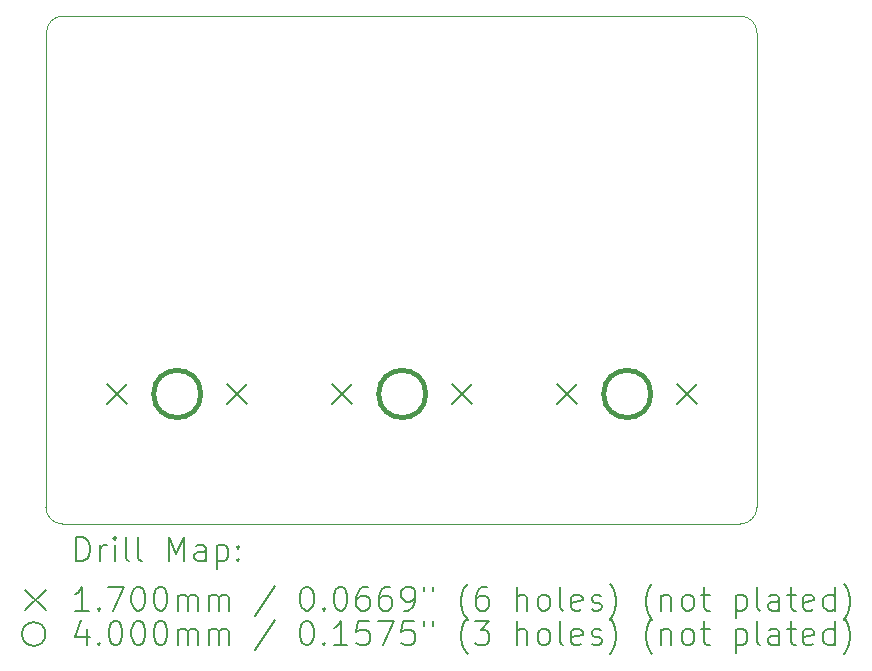
<source format=gbr>
%TF.GenerationSoftware,KiCad,Pcbnew,9.0.2*%
%TF.CreationDate,2025-07-03T20:49:34-05:00*%
%TF.ProjectId,pathfinder,70617468-6669-46e6-9465-722e6b696361,rev?*%
%TF.SameCoordinates,Original*%
%TF.FileFunction,Drillmap*%
%TF.FilePolarity,Positive*%
%FSLAX45Y45*%
G04 Gerber Fmt 4.5, Leading zero omitted, Abs format (unit mm)*
G04 Created by KiCad (PCBNEW 9.0.2) date 2025-07-03 20:49:34*
%MOMM*%
%LPD*%
G01*
G04 APERTURE LIST*
%ADD10C,0.050000*%
%ADD11C,0.200000*%
%ADD12C,0.170000*%
%ADD13C,0.400000*%
G04 APERTURE END LIST*
D10*
X8725000Y-7300000D02*
X14460000Y-7300000D01*
X14600000Y-11460000D02*
G75*
G02*
X14460000Y-11600000I-140000J0D01*
G01*
X8585000Y-7440000D02*
X8580000Y-11460000D01*
X8720000Y-11600000D02*
G75*
G02*
X8580000Y-11460000I0J140000D01*
G01*
X14460000Y-7300000D02*
G75*
G02*
X14600000Y-7440000I0J-140000D01*
G01*
X14600000Y-7440000D02*
X14600000Y-11460000D01*
X8585000Y-7440000D02*
G75*
G02*
X8725000Y-7300000I140000J0D01*
G01*
X14460000Y-11600000D02*
X8720000Y-11600000D01*
D11*
D12*
X9099000Y-10415000D02*
X9269000Y-10585000D01*
X9269000Y-10415000D02*
X9099000Y-10585000D01*
X10115000Y-10415000D02*
X10285000Y-10585000D01*
X10285000Y-10415000D02*
X10115000Y-10585000D01*
X11004000Y-10415000D02*
X11174000Y-10585000D01*
X11174000Y-10415000D02*
X11004000Y-10585000D01*
X12020000Y-10415000D02*
X12190000Y-10585000D01*
X12190000Y-10415000D02*
X12020000Y-10585000D01*
X12909000Y-10415000D02*
X13079000Y-10585000D01*
X13079000Y-10415000D02*
X12909000Y-10585000D01*
X13925000Y-10415000D02*
X14095000Y-10585000D01*
X14095000Y-10415000D02*
X13925000Y-10585000D01*
D13*
X9892000Y-10500000D02*
G75*
G02*
X9492000Y-10500000I-200000J0D01*
G01*
X9492000Y-10500000D02*
G75*
G02*
X9892000Y-10500000I200000J0D01*
G01*
X11797000Y-10500000D02*
G75*
G02*
X11397000Y-10500000I-200000J0D01*
G01*
X11397000Y-10500000D02*
G75*
G02*
X11797000Y-10500000I200000J0D01*
G01*
X13702000Y-10500000D02*
G75*
G02*
X13302000Y-10500000I-200000J0D01*
G01*
X13302000Y-10500000D02*
G75*
G02*
X13702000Y-10500000I200000J0D01*
G01*
D11*
X8838277Y-11913984D02*
X8838277Y-11713984D01*
X8838277Y-11713984D02*
X8885896Y-11713984D01*
X8885896Y-11713984D02*
X8914467Y-11723508D01*
X8914467Y-11723508D02*
X8933515Y-11742555D01*
X8933515Y-11742555D02*
X8943039Y-11761603D01*
X8943039Y-11761603D02*
X8952563Y-11799698D01*
X8952563Y-11799698D02*
X8952563Y-11828269D01*
X8952563Y-11828269D02*
X8943039Y-11866365D01*
X8943039Y-11866365D02*
X8933515Y-11885412D01*
X8933515Y-11885412D02*
X8914467Y-11904460D01*
X8914467Y-11904460D02*
X8885896Y-11913984D01*
X8885896Y-11913984D02*
X8838277Y-11913984D01*
X9038277Y-11913984D02*
X9038277Y-11780650D01*
X9038277Y-11818746D02*
X9047801Y-11799698D01*
X9047801Y-11799698D02*
X9057324Y-11790174D01*
X9057324Y-11790174D02*
X9076372Y-11780650D01*
X9076372Y-11780650D02*
X9095420Y-11780650D01*
X9162086Y-11913984D02*
X9162086Y-11780650D01*
X9162086Y-11713984D02*
X9152563Y-11723508D01*
X9152563Y-11723508D02*
X9162086Y-11733031D01*
X9162086Y-11733031D02*
X9171610Y-11723508D01*
X9171610Y-11723508D02*
X9162086Y-11713984D01*
X9162086Y-11713984D02*
X9162086Y-11733031D01*
X9285896Y-11913984D02*
X9266848Y-11904460D01*
X9266848Y-11904460D02*
X9257324Y-11885412D01*
X9257324Y-11885412D02*
X9257324Y-11713984D01*
X9390658Y-11913984D02*
X9371610Y-11904460D01*
X9371610Y-11904460D02*
X9362086Y-11885412D01*
X9362086Y-11885412D02*
X9362086Y-11713984D01*
X9619229Y-11913984D02*
X9619229Y-11713984D01*
X9619229Y-11713984D02*
X9685896Y-11856841D01*
X9685896Y-11856841D02*
X9752563Y-11713984D01*
X9752563Y-11713984D02*
X9752563Y-11913984D01*
X9933515Y-11913984D02*
X9933515Y-11809222D01*
X9933515Y-11809222D02*
X9923991Y-11790174D01*
X9923991Y-11790174D02*
X9904944Y-11780650D01*
X9904944Y-11780650D02*
X9866848Y-11780650D01*
X9866848Y-11780650D02*
X9847801Y-11790174D01*
X9933515Y-11904460D02*
X9914467Y-11913984D01*
X9914467Y-11913984D02*
X9866848Y-11913984D01*
X9866848Y-11913984D02*
X9847801Y-11904460D01*
X9847801Y-11904460D02*
X9838277Y-11885412D01*
X9838277Y-11885412D02*
X9838277Y-11866365D01*
X9838277Y-11866365D02*
X9847801Y-11847317D01*
X9847801Y-11847317D02*
X9866848Y-11837793D01*
X9866848Y-11837793D02*
X9914467Y-11837793D01*
X9914467Y-11837793D02*
X9933515Y-11828269D01*
X10028753Y-11780650D02*
X10028753Y-11980650D01*
X10028753Y-11790174D02*
X10047801Y-11780650D01*
X10047801Y-11780650D02*
X10085896Y-11780650D01*
X10085896Y-11780650D02*
X10104944Y-11790174D01*
X10104944Y-11790174D02*
X10114467Y-11799698D01*
X10114467Y-11799698D02*
X10123991Y-11818746D01*
X10123991Y-11818746D02*
X10123991Y-11875888D01*
X10123991Y-11875888D02*
X10114467Y-11894936D01*
X10114467Y-11894936D02*
X10104944Y-11904460D01*
X10104944Y-11904460D02*
X10085896Y-11913984D01*
X10085896Y-11913984D02*
X10047801Y-11913984D01*
X10047801Y-11913984D02*
X10028753Y-11904460D01*
X10209705Y-11894936D02*
X10219229Y-11904460D01*
X10219229Y-11904460D02*
X10209705Y-11913984D01*
X10209705Y-11913984D02*
X10200182Y-11904460D01*
X10200182Y-11904460D02*
X10209705Y-11894936D01*
X10209705Y-11894936D02*
X10209705Y-11913984D01*
X10209705Y-11790174D02*
X10219229Y-11799698D01*
X10219229Y-11799698D02*
X10209705Y-11809222D01*
X10209705Y-11809222D02*
X10200182Y-11799698D01*
X10200182Y-11799698D02*
X10209705Y-11790174D01*
X10209705Y-11790174D02*
X10209705Y-11809222D01*
D12*
X8407500Y-12157500D02*
X8577500Y-12327500D01*
X8577500Y-12157500D02*
X8407500Y-12327500D01*
D11*
X8943039Y-12333984D02*
X8828753Y-12333984D01*
X8885896Y-12333984D02*
X8885896Y-12133984D01*
X8885896Y-12133984D02*
X8866848Y-12162555D01*
X8866848Y-12162555D02*
X8847801Y-12181603D01*
X8847801Y-12181603D02*
X8828753Y-12191127D01*
X9028753Y-12314936D02*
X9038277Y-12324460D01*
X9038277Y-12324460D02*
X9028753Y-12333984D01*
X9028753Y-12333984D02*
X9019229Y-12324460D01*
X9019229Y-12324460D02*
X9028753Y-12314936D01*
X9028753Y-12314936D02*
X9028753Y-12333984D01*
X9104944Y-12133984D02*
X9238277Y-12133984D01*
X9238277Y-12133984D02*
X9152563Y-12333984D01*
X9352563Y-12133984D02*
X9371610Y-12133984D01*
X9371610Y-12133984D02*
X9390658Y-12143508D01*
X9390658Y-12143508D02*
X9400182Y-12153031D01*
X9400182Y-12153031D02*
X9409705Y-12172079D01*
X9409705Y-12172079D02*
X9419229Y-12210174D01*
X9419229Y-12210174D02*
X9419229Y-12257793D01*
X9419229Y-12257793D02*
X9409705Y-12295888D01*
X9409705Y-12295888D02*
X9400182Y-12314936D01*
X9400182Y-12314936D02*
X9390658Y-12324460D01*
X9390658Y-12324460D02*
X9371610Y-12333984D01*
X9371610Y-12333984D02*
X9352563Y-12333984D01*
X9352563Y-12333984D02*
X9333515Y-12324460D01*
X9333515Y-12324460D02*
X9323991Y-12314936D01*
X9323991Y-12314936D02*
X9314467Y-12295888D01*
X9314467Y-12295888D02*
X9304944Y-12257793D01*
X9304944Y-12257793D02*
X9304944Y-12210174D01*
X9304944Y-12210174D02*
X9314467Y-12172079D01*
X9314467Y-12172079D02*
X9323991Y-12153031D01*
X9323991Y-12153031D02*
X9333515Y-12143508D01*
X9333515Y-12143508D02*
X9352563Y-12133984D01*
X9543039Y-12133984D02*
X9562086Y-12133984D01*
X9562086Y-12133984D02*
X9581134Y-12143508D01*
X9581134Y-12143508D02*
X9590658Y-12153031D01*
X9590658Y-12153031D02*
X9600182Y-12172079D01*
X9600182Y-12172079D02*
X9609705Y-12210174D01*
X9609705Y-12210174D02*
X9609705Y-12257793D01*
X9609705Y-12257793D02*
X9600182Y-12295888D01*
X9600182Y-12295888D02*
X9590658Y-12314936D01*
X9590658Y-12314936D02*
X9581134Y-12324460D01*
X9581134Y-12324460D02*
X9562086Y-12333984D01*
X9562086Y-12333984D02*
X9543039Y-12333984D01*
X9543039Y-12333984D02*
X9523991Y-12324460D01*
X9523991Y-12324460D02*
X9514467Y-12314936D01*
X9514467Y-12314936D02*
X9504944Y-12295888D01*
X9504944Y-12295888D02*
X9495420Y-12257793D01*
X9495420Y-12257793D02*
X9495420Y-12210174D01*
X9495420Y-12210174D02*
X9504944Y-12172079D01*
X9504944Y-12172079D02*
X9514467Y-12153031D01*
X9514467Y-12153031D02*
X9523991Y-12143508D01*
X9523991Y-12143508D02*
X9543039Y-12133984D01*
X9695420Y-12333984D02*
X9695420Y-12200650D01*
X9695420Y-12219698D02*
X9704944Y-12210174D01*
X9704944Y-12210174D02*
X9723991Y-12200650D01*
X9723991Y-12200650D02*
X9752563Y-12200650D01*
X9752563Y-12200650D02*
X9771610Y-12210174D01*
X9771610Y-12210174D02*
X9781134Y-12229222D01*
X9781134Y-12229222D02*
X9781134Y-12333984D01*
X9781134Y-12229222D02*
X9790658Y-12210174D01*
X9790658Y-12210174D02*
X9809705Y-12200650D01*
X9809705Y-12200650D02*
X9838277Y-12200650D01*
X9838277Y-12200650D02*
X9857325Y-12210174D01*
X9857325Y-12210174D02*
X9866848Y-12229222D01*
X9866848Y-12229222D02*
X9866848Y-12333984D01*
X9962086Y-12333984D02*
X9962086Y-12200650D01*
X9962086Y-12219698D02*
X9971610Y-12210174D01*
X9971610Y-12210174D02*
X9990658Y-12200650D01*
X9990658Y-12200650D02*
X10019229Y-12200650D01*
X10019229Y-12200650D02*
X10038277Y-12210174D01*
X10038277Y-12210174D02*
X10047801Y-12229222D01*
X10047801Y-12229222D02*
X10047801Y-12333984D01*
X10047801Y-12229222D02*
X10057325Y-12210174D01*
X10057325Y-12210174D02*
X10076372Y-12200650D01*
X10076372Y-12200650D02*
X10104944Y-12200650D01*
X10104944Y-12200650D02*
X10123991Y-12210174D01*
X10123991Y-12210174D02*
X10133515Y-12229222D01*
X10133515Y-12229222D02*
X10133515Y-12333984D01*
X10523991Y-12124460D02*
X10352563Y-12381603D01*
X10781134Y-12133984D02*
X10800182Y-12133984D01*
X10800182Y-12133984D02*
X10819229Y-12143508D01*
X10819229Y-12143508D02*
X10828753Y-12153031D01*
X10828753Y-12153031D02*
X10838277Y-12172079D01*
X10838277Y-12172079D02*
X10847801Y-12210174D01*
X10847801Y-12210174D02*
X10847801Y-12257793D01*
X10847801Y-12257793D02*
X10838277Y-12295888D01*
X10838277Y-12295888D02*
X10828753Y-12314936D01*
X10828753Y-12314936D02*
X10819229Y-12324460D01*
X10819229Y-12324460D02*
X10800182Y-12333984D01*
X10800182Y-12333984D02*
X10781134Y-12333984D01*
X10781134Y-12333984D02*
X10762087Y-12324460D01*
X10762087Y-12324460D02*
X10752563Y-12314936D01*
X10752563Y-12314936D02*
X10743039Y-12295888D01*
X10743039Y-12295888D02*
X10733515Y-12257793D01*
X10733515Y-12257793D02*
X10733515Y-12210174D01*
X10733515Y-12210174D02*
X10743039Y-12172079D01*
X10743039Y-12172079D02*
X10752563Y-12153031D01*
X10752563Y-12153031D02*
X10762087Y-12143508D01*
X10762087Y-12143508D02*
X10781134Y-12133984D01*
X10933515Y-12314936D02*
X10943039Y-12324460D01*
X10943039Y-12324460D02*
X10933515Y-12333984D01*
X10933515Y-12333984D02*
X10923991Y-12324460D01*
X10923991Y-12324460D02*
X10933515Y-12314936D01*
X10933515Y-12314936D02*
X10933515Y-12333984D01*
X11066848Y-12133984D02*
X11085896Y-12133984D01*
X11085896Y-12133984D02*
X11104944Y-12143508D01*
X11104944Y-12143508D02*
X11114468Y-12153031D01*
X11114468Y-12153031D02*
X11123991Y-12172079D01*
X11123991Y-12172079D02*
X11133515Y-12210174D01*
X11133515Y-12210174D02*
X11133515Y-12257793D01*
X11133515Y-12257793D02*
X11123991Y-12295888D01*
X11123991Y-12295888D02*
X11114468Y-12314936D01*
X11114468Y-12314936D02*
X11104944Y-12324460D01*
X11104944Y-12324460D02*
X11085896Y-12333984D01*
X11085896Y-12333984D02*
X11066848Y-12333984D01*
X11066848Y-12333984D02*
X11047801Y-12324460D01*
X11047801Y-12324460D02*
X11038277Y-12314936D01*
X11038277Y-12314936D02*
X11028753Y-12295888D01*
X11028753Y-12295888D02*
X11019229Y-12257793D01*
X11019229Y-12257793D02*
X11019229Y-12210174D01*
X11019229Y-12210174D02*
X11028753Y-12172079D01*
X11028753Y-12172079D02*
X11038277Y-12153031D01*
X11038277Y-12153031D02*
X11047801Y-12143508D01*
X11047801Y-12143508D02*
X11066848Y-12133984D01*
X11304944Y-12133984D02*
X11266848Y-12133984D01*
X11266848Y-12133984D02*
X11247801Y-12143508D01*
X11247801Y-12143508D02*
X11238277Y-12153031D01*
X11238277Y-12153031D02*
X11219229Y-12181603D01*
X11219229Y-12181603D02*
X11209706Y-12219698D01*
X11209706Y-12219698D02*
X11209706Y-12295888D01*
X11209706Y-12295888D02*
X11219229Y-12314936D01*
X11219229Y-12314936D02*
X11228753Y-12324460D01*
X11228753Y-12324460D02*
X11247801Y-12333984D01*
X11247801Y-12333984D02*
X11285896Y-12333984D01*
X11285896Y-12333984D02*
X11304944Y-12324460D01*
X11304944Y-12324460D02*
X11314467Y-12314936D01*
X11314467Y-12314936D02*
X11323991Y-12295888D01*
X11323991Y-12295888D02*
X11323991Y-12248269D01*
X11323991Y-12248269D02*
X11314467Y-12229222D01*
X11314467Y-12229222D02*
X11304944Y-12219698D01*
X11304944Y-12219698D02*
X11285896Y-12210174D01*
X11285896Y-12210174D02*
X11247801Y-12210174D01*
X11247801Y-12210174D02*
X11228753Y-12219698D01*
X11228753Y-12219698D02*
X11219229Y-12229222D01*
X11219229Y-12229222D02*
X11209706Y-12248269D01*
X11495420Y-12133984D02*
X11457325Y-12133984D01*
X11457325Y-12133984D02*
X11438277Y-12143508D01*
X11438277Y-12143508D02*
X11428753Y-12153031D01*
X11428753Y-12153031D02*
X11409706Y-12181603D01*
X11409706Y-12181603D02*
X11400182Y-12219698D01*
X11400182Y-12219698D02*
X11400182Y-12295888D01*
X11400182Y-12295888D02*
X11409706Y-12314936D01*
X11409706Y-12314936D02*
X11419229Y-12324460D01*
X11419229Y-12324460D02*
X11438277Y-12333984D01*
X11438277Y-12333984D02*
X11476372Y-12333984D01*
X11476372Y-12333984D02*
X11495420Y-12324460D01*
X11495420Y-12324460D02*
X11504944Y-12314936D01*
X11504944Y-12314936D02*
X11514467Y-12295888D01*
X11514467Y-12295888D02*
X11514467Y-12248269D01*
X11514467Y-12248269D02*
X11504944Y-12229222D01*
X11504944Y-12229222D02*
X11495420Y-12219698D01*
X11495420Y-12219698D02*
X11476372Y-12210174D01*
X11476372Y-12210174D02*
X11438277Y-12210174D01*
X11438277Y-12210174D02*
X11419229Y-12219698D01*
X11419229Y-12219698D02*
X11409706Y-12229222D01*
X11409706Y-12229222D02*
X11400182Y-12248269D01*
X11609706Y-12333984D02*
X11647801Y-12333984D01*
X11647801Y-12333984D02*
X11666848Y-12324460D01*
X11666848Y-12324460D02*
X11676372Y-12314936D01*
X11676372Y-12314936D02*
X11695420Y-12286365D01*
X11695420Y-12286365D02*
X11704944Y-12248269D01*
X11704944Y-12248269D02*
X11704944Y-12172079D01*
X11704944Y-12172079D02*
X11695420Y-12153031D01*
X11695420Y-12153031D02*
X11685896Y-12143508D01*
X11685896Y-12143508D02*
X11666848Y-12133984D01*
X11666848Y-12133984D02*
X11628753Y-12133984D01*
X11628753Y-12133984D02*
X11609706Y-12143508D01*
X11609706Y-12143508D02*
X11600182Y-12153031D01*
X11600182Y-12153031D02*
X11590658Y-12172079D01*
X11590658Y-12172079D02*
X11590658Y-12219698D01*
X11590658Y-12219698D02*
X11600182Y-12238746D01*
X11600182Y-12238746D02*
X11609706Y-12248269D01*
X11609706Y-12248269D02*
X11628753Y-12257793D01*
X11628753Y-12257793D02*
X11666848Y-12257793D01*
X11666848Y-12257793D02*
X11685896Y-12248269D01*
X11685896Y-12248269D02*
X11695420Y-12238746D01*
X11695420Y-12238746D02*
X11704944Y-12219698D01*
X11781134Y-12133984D02*
X11781134Y-12172079D01*
X11857325Y-12133984D02*
X11857325Y-12172079D01*
X12152563Y-12410174D02*
X12143039Y-12400650D01*
X12143039Y-12400650D02*
X12123991Y-12372079D01*
X12123991Y-12372079D02*
X12114468Y-12353031D01*
X12114468Y-12353031D02*
X12104944Y-12324460D01*
X12104944Y-12324460D02*
X12095420Y-12276841D01*
X12095420Y-12276841D02*
X12095420Y-12238746D01*
X12095420Y-12238746D02*
X12104944Y-12191127D01*
X12104944Y-12191127D02*
X12114468Y-12162555D01*
X12114468Y-12162555D02*
X12123991Y-12143508D01*
X12123991Y-12143508D02*
X12143039Y-12114936D01*
X12143039Y-12114936D02*
X12152563Y-12105412D01*
X12314468Y-12133984D02*
X12276372Y-12133984D01*
X12276372Y-12133984D02*
X12257325Y-12143508D01*
X12257325Y-12143508D02*
X12247801Y-12153031D01*
X12247801Y-12153031D02*
X12228753Y-12181603D01*
X12228753Y-12181603D02*
X12219229Y-12219698D01*
X12219229Y-12219698D02*
X12219229Y-12295888D01*
X12219229Y-12295888D02*
X12228753Y-12314936D01*
X12228753Y-12314936D02*
X12238277Y-12324460D01*
X12238277Y-12324460D02*
X12257325Y-12333984D01*
X12257325Y-12333984D02*
X12295420Y-12333984D01*
X12295420Y-12333984D02*
X12314468Y-12324460D01*
X12314468Y-12324460D02*
X12323991Y-12314936D01*
X12323991Y-12314936D02*
X12333515Y-12295888D01*
X12333515Y-12295888D02*
X12333515Y-12248269D01*
X12333515Y-12248269D02*
X12323991Y-12229222D01*
X12323991Y-12229222D02*
X12314468Y-12219698D01*
X12314468Y-12219698D02*
X12295420Y-12210174D01*
X12295420Y-12210174D02*
X12257325Y-12210174D01*
X12257325Y-12210174D02*
X12238277Y-12219698D01*
X12238277Y-12219698D02*
X12228753Y-12229222D01*
X12228753Y-12229222D02*
X12219229Y-12248269D01*
X12571610Y-12333984D02*
X12571610Y-12133984D01*
X12657325Y-12333984D02*
X12657325Y-12229222D01*
X12657325Y-12229222D02*
X12647801Y-12210174D01*
X12647801Y-12210174D02*
X12628753Y-12200650D01*
X12628753Y-12200650D02*
X12600182Y-12200650D01*
X12600182Y-12200650D02*
X12581134Y-12210174D01*
X12581134Y-12210174D02*
X12571610Y-12219698D01*
X12781134Y-12333984D02*
X12762087Y-12324460D01*
X12762087Y-12324460D02*
X12752563Y-12314936D01*
X12752563Y-12314936D02*
X12743039Y-12295888D01*
X12743039Y-12295888D02*
X12743039Y-12238746D01*
X12743039Y-12238746D02*
X12752563Y-12219698D01*
X12752563Y-12219698D02*
X12762087Y-12210174D01*
X12762087Y-12210174D02*
X12781134Y-12200650D01*
X12781134Y-12200650D02*
X12809706Y-12200650D01*
X12809706Y-12200650D02*
X12828753Y-12210174D01*
X12828753Y-12210174D02*
X12838277Y-12219698D01*
X12838277Y-12219698D02*
X12847801Y-12238746D01*
X12847801Y-12238746D02*
X12847801Y-12295888D01*
X12847801Y-12295888D02*
X12838277Y-12314936D01*
X12838277Y-12314936D02*
X12828753Y-12324460D01*
X12828753Y-12324460D02*
X12809706Y-12333984D01*
X12809706Y-12333984D02*
X12781134Y-12333984D01*
X12962087Y-12333984D02*
X12943039Y-12324460D01*
X12943039Y-12324460D02*
X12933515Y-12305412D01*
X12933515Y-12305412D02*
X12933515Y-12133984D01*
X13114468Y-12324460D02*
X13095420Y-12333984D01*
X13095420Y-12333984D02*
X13057325Y-12333984D01*
X13057325Y-12333984D02*
X13038277Y-12324460D01*
X13038277Y-12324460D02*
X13028753Y-12305412D01*
X13028753Y-12305412D02*
X13028753Y-12229222D01*
X13028753Y-12229222D02*
X13038277Y-12210174D01*
X13038277Y-12210174D02*
X13057325Y-12200650D01*
X13057325Y-12200650D02*
X13095420Y-12200650D01*
X13095420Y-12200650D02*
X13114468Y-12210174D01*
X13114468Y-12210174D02*
X13123991Y-12229222D01*
X13123991Y-12229222D02*
X13123991Y-12248269D01*
X13123991Y-12248269D02*
X13028753Y-12267317D01*
X13200182Y-12324460D02*
X13219230Y-12333984D01*
X13219230Y-12333984D02*
X13257325Y-12333984D01*
X13257325Y-12333984D02*
X13276372Y-12324460D01*
X13276372Y-12324460D02*
X13285896Y-12305412D01*
X13285896Y-12305412D02*
X13285896Y-12295888D01*
X13285896Y-12295888D02*
X13276372Y-12276841D01*
X13276372Y-12276841D02*
X13257325Y-12267317D01*
X13257325Y-12267317D02*
X13228753Y-12267317D01*
X13228753Y-12267317D02*
X13209706Y-12257793D01*
X13209706Y-12257793D02*
X13200182Y-12238746D01*
X13200182Y-12238746D02*
X13200182Y-12229222D01*
X13200182Y-12229222D02*
X13209706Y-12210174D01*
X13209706Y-12210174D02*
X13228753Y-12200650D01*
X13228753Y-12200650D02*
X13257325Y-12200650D01*
X13257325Y-12200650D02*
X13276372Y-12210174D01*
X13352563Y-12410174D02*
X13362087Y-12400650D01*
X13362087Y-12400650D02*
X13381134Y-12372079D01*
X13381134Y-12372079D02*
X13390658Y-12353031D01*
X13390658Y-12353031D02*
X13400182Y-12324460D01*
X13400182Y-12324460D02*
X13409706Y-12276841D01*
X13409706Y-12276841D02*
X13409706Y-12238746D01*
X13409706Y-12238746D02*
X13400182Y-12191127D01*
X13400182Y-12191127D02*
X13390658Y-12162555D01*
X13390658Y-12162555D02*
X13381134Y-12143508D01*
X13381134Y-12143508D02*
X13362087Y-12114936D01*
X13362087Y-12114936D02*
X13352563Y-12105412D01*
X13714468Y-12410174D02*
X13704944Y-12400650D01*
X13704944Y-12400650D02*
X13685896Y-12372079D01*
X13685896Y-12372079D02*
X13676372Y-12353031D01*
X13676372Y-12353031D02*
X13666849Y-12324460D01*
X13666849Y-12324460D02*
X13657325Y-12276841D01*
X13657325Y-12276841D02*
X13657325Y-12238746D01*
X13657325Y-12238746D02*
X13666849Y-12191127D01*
X13666849Y-12191127D02*
X13676372Y-12162555D01*
X13676372Y-12162555D02*
X13685896Y-12143508D01*
X13685896Y-12143508D02*
X13704944Y-12114936D01*
X13704944Y-12114936D02*
X13714468Y-12105412D01*
X13790658Y-12200650D02*
X13790658Y-12333984D01*
X13790658Y-12219698D02*
X13800182Y-12210174D01*
X13800182Y-12210174D02*
X13819230Y-12200650D01*
X13819230Y-12200650D02*
X13847801Y-12200650D01*
X13847801Y-12200650D02*
X13866849Y-12210174D01*
X13866849Y-12210174D02*
X13876372Y-12229222D01*
X13876372Y-12229222D02*
X13876372Y-12333984D01*
X14000182Y-12333984D02*
X13981134Y-12324460D01*
X13981134Y-12324460D02*
X13971611Y-12314936D01*
X13971611Y-12314936D02*
X13962087Y-12295888D01*
X13962087Y-12295888D02*
X13962087Y-12238746D01*
X13962087Y-12238746D02*
X13971611Y-12219698D01*
X13971611Y-12219698D02*
X13981134Y-12210174D01*
X13981134Y-12210174D02*
X14000182Y-12200650D01*
X14000182Y-12200650D02*
X14028753Y-12200650D01*
X14028753Y-12200650D02*
X14047801Y-12210174D01*
X14047801Y-12210174D02*
X14057325Y-12219698D01*
X14057325Y-12219698D02*
X14066849Y-12238746D01*
X14066849Y-12238746D02*
X14066849Y-12295888D01*
X14066849Y-12295888D02*
X14057325Y-12314936D01*
X14057325Y-12314936D02*
X14047801Y-12324460D01*
X14047801Y-12324460D02*
X14028753Y-12333984D01*
X14028753Y-12333984D02*
X14000182Y-12333984D01*
X14123992Y-12200650D02*
X14200182Y-12200650D01*
X14152563Y-12133984D02*
X14152563Y-12305412D01*
X14152563Y-12305412D02*
X14162087Y-12324460D01*
X14162087Y-12324460D02*
X14181134Y-12333984D01*
X14181134Y-12333984D02*
X14200182Y-12333984D01*
X14419230Y-12200650D02*
X14419230Y-12400650D01*
X14419230Y-12210174D02*
X14438277Y-12200650D01*
X14438277Y-12200650D02*
X14476373Y-12200650D01*
X14476373Y-12200650D02*
X14495420Y-12210174D01*
X14495420Y-12210174D02*
X14504944Y-12219698D01*
X14504944Y-12219698D02*
X14514468Y-12238746D01*
X14514468Y-12238746D02*
X14514468Y-12295888D01*
X14514468Y-12295888D02*
X14504944Y-12314936D01*
X14504944Y-12314936D02*
X14495420Y-12324460D01*
X14495420Y-12324460D02*
X14476373Y-12333984D01*
X14476373Y-12333984D02*
X14438277Y-12333984D01*
X14438277Y-12333984D02*
X14419230Y-12324460D01*
X14628753Y-12333984D02*
X14609706Y-12324460D01*
X14609706Y-12324460D02*
X14600182Y-12305412D01*
X14600182Y-12305412D02*
X14600182Y-12133984D01*
X14790658Y-12333984D02*
X14790658Y-12229222D01*
X14790658Y-12229222D02*
X14781134Y-12210174D01*
X14781134Y-12210174D02*
X14762087Y-12200650D01*
X14762087Y-12200650D02*
X14723992Y-12200650D01*
X14723992Y-12200650D02*
X14704944Y-12210174D01*
X14790658Y-12324460D02*
X14771611Y-12333984D01*
X14771611Y-12333984D02*
X14723992Y-12333984D01*
X14723992Y-12333984D02*
X14704944Y-12324460D01*
X14704944Y-12324460D02*
X14695420Y-12305412D01*
X14695420Y-12305412D02*
X14695420Y-12286365D01*
X14695420Y-12286365D02*
X14704944Y-12267317D01*
X14704944Y-12267317D02*
X14723992Y-12257793D01*
X14723992Y-12257793D02*
X14771611Y-12257793D01*
X14771611Y-12257793D02*
X14790658Y-12248269D01*
X14857325Y-12200650D02*
X14933515Y-12200650D01*
X14885896Y-12133984D02*
X14885896Y-12305412D01*
X14885896Y-12305412D02*
X14895420Y-12324460D01*
X14895420Y-12324460D02*
X14914468Y-12333984D01*
X14914468Y-12333984D02*
X14933515Y-12333984D01*
X15076373Y-12324460D02*
X15057325Y-12333984D01*
X15057325Y-12333984D02*
X15019230Y-12333984D01*
X15019230Y-12333984D02*
X15000182Y-12324460D01*
X15000182Y-12324460D02*
X14990658Y-12305412D01*
X14990658Y-12305412D02*
X14990658Y-12229222D01*
X14990658Y-12229222D02*
X15000182Y-12210174D01*
X15000182Y-12210174D02*
X15019230Y-12200650D01*
X15019230Y-12200650D02*
X15057325Y-12200650D01*
X15057325Y-12200650D02*
X15076373Y-12210174D01*
X15076373Y-12210174D02*
X15085896Y-12229222D01*
X15085896Y-12229222D02*
X15085896Y-12248269D01*
X15085896Y-12248269D02*
X14990658Y-12267317D01*
X15257325Y-12333984D02*
X15257325Y-12133984D01*
X15257325Y-12324460D02*
X15238277Y-12333984D01*
X15238277Y-12333984D02*
X15200182Y-12333984D01*
X15200182Y-12333984D02*
X15181134Y-12324460D01*
X15181134Y-12324460D02*
X15171611Y-12314936D01*
X15171611Y-12314936D02*
X15162087Y-12295888D01*
X15162087Y-12295888D02*
X15162087Y-12238746D01*
X15162087Y-12238746D02*
X15171611Y-12219698D01*
X15171611Y-12219698D02*
X15181134Y-12210174D01*
X15181134Y-12210174D02*
X15200182Y-12200650D01*
X15200182Y-12200650D02*
X15238277Y-12200650D01*
X15238277Y-12200650D02*
X15257325Y-12210174D01*
X15333515Y-12410174D02*
X15343039Y-12400650D01*
X15343039Y-12400650D02*
X15362087Y-12372079D01*
X15362087Y-12372079D02*
X15371611Y-12353031D01*
X15371611Y-12353031D02*
X15381134Y-12324460D01*
X15381134Y-12324460D02*
X15390658Y-12276841D01*
X15390658Y-12276841D02*
X15390658Y-12238746D01*
X15390658Y-12238746D02*
X15381134Y-12191127D01*
X15381134Y-12191127D02*
X15371611Y-12162555D01*
X15371611Y-12162555D02*
X15362087Y-12143508D01*
X15362087Y-12143508D02*
X15343039Y-12114936D01*
X15343039Y-12114936D02*
X15333515Y-12105412D01*
X8577500Y-12532500D02*
G75*
G02*
X8377500Y-12532500I-100000J0D01*
G01*
X8377500Y-12532500D02*
G75*
G02*
X8577500Y-12532500I100000J0D01*
G01*
X8923991Y-12490650D02*
X8923991Y-12623984D01*
X8876372Y-12414460D02*
X8828753Y-12557317D01*
X8828753Y-12557317D02*
X8952563Y-12557317D01*
X9028753Y-12604936D02*
X9038277Y-12614460D01*
X9038277Y-12614460D02*
X9028753Y-12623984D01*
X9028753Y-12623984D02*
X9019229Y-12614460D01*
X9019229Y-12614460D02*
X9028753Y-12604936D01*
X9028753Y-12604936D02*
X9028753Y-12623984D01*
X9162086Y-12423984D02*
X9181134Y-12423984D01*
X9181134Y-12423984D02*
X9200182Y-12433508D01*
X9200182Y-12433508D02*
X9209705Y-12443031D01*
X9209705Y-12443031D02*
X9219229Y-12462079D01*
X9219229Y-12462079D02*
X9228753Y-12500174D01*
X9228753Y-12500174D02*
X9228753Y-12547793D01*
X9228753Y-12547793D02*
X9219229Y-12585888D01*
X9219229Y-12585888D02*
X9209705Y-12604936D01*
X9209705Y-12604936D02*
X9200182Y-12614460D01*
X9200182Y-12614460D02*
X9181134Y-12623984D01*
X9181134Y-12623984D02*
X9162086Y-12623984D01*
X9162086Y-12623984D02*
X9143039Y-12614460D01*
X9143039Y-12614460D02*
X9133515Y-12604936D01*
X9133515Y-12604936D02*
X9123991Y-12585888D01*
X9123991Y-12585888D02*
X9114467Y-12547793D01*
X9114467Y-12547793D02*
X9114467Y-12500174D01*
X9114467Y-12500174D02*
X9123991Y-12462079D01*
X9123991Y-12462079D02*
X9133515Y-12443031D01*
X9133515Y-12443031D02*
X9143039Y-12433508D01*
X9143039Y-12433508D02*
X9162086Y-12423984D01*
X9352563Y-12423984D02*
X9371610Y-12423984D01*
X9371610Y-12423984D02*
X9390658Y-12433508D01*
X9390658Y-12433508D02*
X9400182Y-12443031D01*
X9400182Y-12443031D02*
X9409705Y-12462079D01*
X9409705Y-12462079D02*
X9419229Y-12500174D01*
X9419229Y-12500174D02*
X9419229Y-12547793D01*
X9419229Y-12547793D02*
X9409705Y-12585888D01*
X9409705Y-12585888D02*
X9400182Y-12604936D01*
X9400182Y-12604936D02*
X9390658Y-12614460D01*
X9390658Y-12614460D02*
X9371610Y-12623984D01*
X9371610Y-12623984D02*
X9352563Y-12623984D01*
X9352563Y-12623984D02*
X9333515Y-12614460D01*
X9333515Y-12614460D02*
X9323991Y-12604936D01*
X9323991Y-12604936D02*
X9314467Y-12585888D01*
X9314467Y-12585888D02*
X9304944Y-12547793D01*
X9304944Y-12547793D02*
X9304944Y-12500174D01*
X9304944Y-12500174D02*
X9314467Y-12462079D01*
X9314467Y-12462079D02*
X9323991Y-12443031D01*
X9323991Y-12443031D02*
X9333515Y-12433508D01*
X9333515Y-12433508D02*
X9352563Y-12423984D01*
X9543039Y-12423984D02*
X9562086Y-12423984D01*
X9562086Y-12423984D02*
X9581134Y-12433508D01*
X9581134Y-12433508D02*
X9590658Y-12443031D01*
X9590658Y-12443031D02*
X9600182Y-12462079D01*
X9600182Y-12462079D02*
X9609705Y-12500174D01*
X9609705Y-12500174D02*
X9609705Y-12547793D01*
X9609705Y-12547793D02*
X9600182Y-12585888D01*
X9600182Y-12585888D02*
X9590658Y-12604936D01*
X9590658Y-12604936D02*
X9581134Y-12614460D01*
X9581134Y-12614460D02*
X9562086Y-12623984D01*
X9562086Y-12623984D02*
X9543039Y-12623984D01*
X9543039Y-12623984D02*
X9523991Y-12614460D01*
X9523991Y-12614460D02*
X9514467Y-12604936D01*
X9514467Y-12604936D02*
X9504944Y-12585888D01*
X9504944Y-12585888D02*
X9495420Y-12547793D01*
X9495420Y-12547793D02*
X9495420Y-12500174D01*
X9495420Y-12500174D02*
X9504944Y-12462079D01*
X9504944Y-12462079D02*
X9514467Y-12443031D01*
X9514467Y-12443031D02*
X9523991Y-12433508D01*
X9523991Y-12433508D02*
X9543039Y-12423984D01*
X9695420Y-12623984D02*
X9695420Y-12490650D01*
X9695420Y-12509698D02*
X9704944Y-12500174D01*
X9704944Y-12500174D02*
X9723991Y-12490650D01*
X9723991Y-12490650D02*
X9752563Y-12490650D01*
X9752563Y-12490650D02*
X9771610Y-12500174D01*
X9771610Y-12500174D02*
X9781134Y-12519222D01*
X9781134Y-12519222D02*
X9781134Y-12623984D01*
X9781134Y-12519222D02*
X9790658Y-12500174D01*
X9790658Y-12500174D02*
X9809705Y-12490650D01*
X9809705Y-12490650D02*
X9838277Y-12490650D01*
X9838277Y-12490650D02*
X9857325Y-12500174D01*
X9857325Y-12500174D02*
X9866848Y-12519222D01*
X9866848Y-12519222D02*
X9866848Y-12623984D01*
X9962086Y-12623984D02*
X9962086Y-12490650D01*
X9962086Y-12509698D02*
X9971610Y-12500174D01*
X9971610Y-12500174D02*
X9990658Y-12490650D01*
X9990658Y-12490650D02*
X10019229Y-12490650D01*
X10019229Y-12490650D02*
X10038277Y-12500174D01*
X10038277Y-12500174D02*
X10047801Y-12519222D01*
X10047801Y-12519222D02*
X10047801Y-12623984D01*
X10047801Y-12519222D02*
X10057325Y-12500174D01*
X10057325Y-12500174D02*
X10076372Y-12490650D01*
X10076372Y-12490650D02*
X10104944Y-12490650D01*
X10104944Y-12490650D02*
X10123991Y-12500174D01*
X10123991Y-12500174D02*
X10133515Y-12519222D01*
X10133515Y-12519222D02*
X10133515Y-12623984D01*
X10523991Y-12414460D02*
X10352563Y-12671603D01*
X10781134Y-12423984D02*
X10800182Y-12423984D01*
X10800182Y-12423984D02*
X10819229Y-12433508D01*
X10819229Y-12433508D02*
X10828753Y-12443031D01*
X10828753Y-12443031D02*
X10838277Y-12462079D01*
X10838277Y-12462079D02*
X10847801Y-12500174D01*
X10847801Y-12500174D02*
X10847801Y-12547793D01*
X10847801Y-12547793D02*
X10838277Y-12585888D01*
X10838277Y-12585888D02*
X10828753Y-12604936D01*
X10828753Y-12604936D02*
X10819229Y-12614460D01*
X10819229Y-12614460D02*
X10800182Y-12623984D01*
X10800182Y-12623984D02*
X10781134Y-12623984D01*
X10781134Y-12623984D02*
X10762087Y-12614460D01*
X10762087Y-12614460D02*
X10752563Y-12604936D01*
X10752563Y-12604936D02*
X10743039Y-12585888D01*
X10743039Y-12585888D02*
X10733515Y-12547793D01*
X10733515Y-12547793D02*
X10733515Y-12500174D01*
X10733515Y-12500174D02*
X10743039Y-12462079D01*
X10743039Y-12462079D02*
X10752563Y-12443031D01*
X10752563Y-12443031D02*
X10762087Y-12433508D01*
X10762087Y-12433508D02*
X10781134Y-12423984D01*
X10933515Y-12604936D02*
X10943039Y-12614460D01*
X10943039Y-12614460D02*
X10933515Y-12623984D01*
X10933515Y-12623984D02*
X10923991Y-12614460D01*
X10923991Y-12614460D02*
X10933515Y-12604936D01*
X10933515Y-12604936D02*
X10933515Y-12623984D01*
X11133515Y-12623984D02*
X11019229Y-12623984D01*
X11076372Y-12623984D02*
X11076372Y-12423984D01*
X11076372Y-12423984D02*
X11057325Y-12452555D01*
X11057325Y-12452555D02*
X11038277Y-12471603D01*
X11038277Y-12471603D02*
X11019229Y-12481127D01*
X11314467Y-12423984D02*
X11219229Y-12423984D01*
X11219229Y-12423984D02*
X11209706Y-12519222D01*
X11209706Y-12519222D02*
X11219229Y-12509698D01*
X11219229Y-12509698D02*
X11238277Y-12500174D01*
X11238277Y-12500174D02*
X11285896Y-12500174D01*
X11285896Y-12500174D02*
X11304944Y-12509698D01*
X11304944Y-12509698D02*
X11314467Y-12519222D01*
X11314467Y-12519222D02*
X11323991Y-12538269D01*
X11323991Y-12538269D02*
X11323991Y-12585888D01*
X11323991Y-12585888D02*
X11314467Y-12604936D01*
X11314467Y-12604936D02*
X11304944Y-12614460D01*
X11304944Y-12614460D02*
X11285896Y-12623984D01*
X11285896Y-12623984D02*
X11238277Y-12623984D01*
X11238277Y-12623984D02*
X11219229Y-12614460D01*
X11219229Y-12614460D02*
X11209706Y-12604936D01*
X11390658Y-12423984D02*
X11523991Y-12423984D01*
X11523991Y-12423984D02*
X11438277Y-12623984D01*
X11695420Y-12423984D02*
X11600182Y-12423984D01*
X11600182Y-12423984D02*
X11590658Y-12519222D01*
X11590658Y-12519222D02*
X11600182Y-12509698D01*
X11600182Y-12509698D02*
X11619229Y-12500174D01*
X11619229Y-12500174D02*
X11666848Y-12500174D01*
X11666848Y-12500174D02*
X11685896Y-12509698D01*
X11685896Y-12509698D02*
X11695420Y-12519222D01*
X11695420Y-12519222D02*
X11704944Y-12538269D01*
X11704944Y-12538269D02*
X11704944Y-12585888D01*
X11704944Y-12585888D02*
X11695420Y-12604936D01*
X11695420Y-12604936D02*
X11685896Y-12614460D01*
X11685896Y-12614460D02*
X11666848Y-12623984D01*
X11666848Y-12623984D02*
X11619229Y-12623984D01*
X11619229Y-12623984D02*
X11600182Y-12614460D01*
X11600182Y-12614460D02*
X11590658Y-12604936D01*
X11781134Y-12423984D02*
X11781134Y-12462079D01*
X11857325Y-12423984D02*
X11857325Y-12462079D01*
X12152563Y-12700174D02*
X12143039Y-12690650D01*
X12143039Y-12690650D02*
X12123991Y-12662079D01*
X12123991Y-12662079D02*
X12114468Y-12643031D01*
X12114468Y-12643031D02*
X12104944Y-12614460D01*
X12104944Y-12614460D02*
X12095420Y-12566841D01*
X12095420Y-12566841D02*
X12095420Y-12528746D01*
X12095420Y-12528746D02*
X12104944Y-12481127D01*
X12104944Y-12481127D02*
X12114468Y-12452555D01*
X12114468Y-12452555D02*
X12123991Y-12433508D01*
X12123991Y-12433508D02*
X12143039Y-12404936D01*
X12143039Y-12404936D02*
X12152563Y-12395412D01*
X12209706Y-12423984D02*
X12333515Y-12423984D01*
X12333515Y-12423984D02*
X12266848Y-12500174D01*
X12266848Y-12500174D02*
X12295420Y-12500174D01*
X12295420Y-12500174D02*
X12314468Y-12509698D01*
X12314468Y-12509698D02*
X12323991Y-12519222D01*
X12323991Y-12519222D02*
X12333515Y-12538269D01*
X12333515Y-12538269D02*
X12333515Y-12585888D01*
X12333515Y-12585888D02*
X12323991Y-12604936D01*
X12323991Y-12604936D02*
X12314468Y-12614460D01*
X12314468Y-12614460D02*
X12295420Y-12623984D01*
X12295420Y-12623984D02*
X12238277Y-12623984D01*
X12238277Y-12623984D02*
X12219229Y-12614460D01*
X12219229Y-12614460D02*
X12209706Y-12604936D01*
X12571610Y-12623984D02*
X12571610Y-12423984D01*
X12657325Y-12623984D02*
X12657325Y-12519222D01*
X12657325Y-12519222D02*
X12647801Y-12500174D01*
X12647801Y-12500174D02*
X12628753Y-12490650D01*
X12628753Y-12490650D02*
X12600182Y-12490650D01*
X12600182Y-12490650D02*
X12581134Y-12500174D01*
X12581134Y-12500174D02*
X12571610Y-12509698D01*
X12781134Y-12623984D02*
X12762087Y-12614460D01*
X12762087Y-12614460D02*
X12752563Y-12604936D01*
X12752563Y-12604936D02*
X12743039Y-12585888D01*
X12743039Y-12585888D02*
X12743039Y-12528746D01*
X12743039Y-12528746D02*
X12752563Y-12509698D01*
X12752563Y-12509698D02*
X12762087Y-12500174D01*
X12762087Y-12500174D02*
X12781134Y-12490650D01*
X12781134Y-12490650D02*
X12809706Y-12490650D01*
X12809706Y-12490650D02*
X12828753Y-12500174D01*
X12828753Y-12500174D02*
X12838277Y-12509698D01*
X12838277Y-12509698D02*
X12847801Y-12528746D01*
X12847801Y-12528746D02*
X12847801Y-12585888D01*
X12847801Y-12585888D02*
X12838277Y-12604936D01*
X12838277Y-12604936D02*
X12828753Y-12614460D01*
X12828753Y-12614460D02*
X12809706Y-12623984D01*
X12809706Y-12623984D02*
X12781134Y-12623984D01*
X12962087Y-12623984D02*
X12943039Y-12614460D01*
X12943039Y-12614460D02*
X12933515Y-12595412D01*
X12933515Y-12595412D02*
X12933515Y-12423984D01*
X13114468Y-12614460D02*
X13095420Y-12623984D01*
X13095420Y-12623984D02*
X13057325Y-12623984D01*
X13057325Y-12623984D02*
X13038277Y-12614460D01*
X13038277Y-12614460D02*
X13028753Y-12595412D01*
X13028753Y-12595412D02*
X13028753Y-12519222D01*
X13028753Y-12519222D02*
X13038277Y-12500174D01*
X13038277Y-12500174D02*
X13057325Y-12490650D01*
X13057325Y-12490650D02*
X13095420Y-12490650D01*
X13095420Y-12490650D02*
X13114468Y-12500174D01*
X13114468Y-12500174D02*
X13123991Y-12519222D01*
X13123991Y-12519222D02*
X13123991Y-12538269D01*
X13123991Y-12538269D02*
X13028753Y-12557317D01*
X13200182Y-12614460D02*
X13219230Y-12623984D01*
X13219230Y-12623984D02*
X13257325Y-12623984D01*
X13257325Y-12623984D02*
X13276372Y-12614460D01*
X13276372Y-12614460D02*
X13285896Y-12595412D01*
X13285896Y-12595412D02*
X13285896Y-12585888D01*
X13285896Y-12585888D02*
X13276372Y-12566841D01*
X13276372Y-12566841D02*
X13257325Y-12557317D01*
X13257325Y-12557317D02*
X13228753Y-12557317D01*
X13228753Y-12557317D02*
X13209706Y-12547793D01*
X13209706Y-12547793D02*
X13200182Y-12528746D01*
X13200182Y-12528746D02*
X13200182Y-12519222D01*
X13200182Y-12519222D02*
X13209706Y-12500174D01*
X13209706Y-12500174D02*
X13228753Y-12490650D01*
X13228753Y-12490650D02*
X13257325Y-12490650D01*
X13257325Y-12490650D02*
X13276372Y-12500174D01*
X13352563Y-12700174D02*
X13362087Y-12690650D01*
X13362087Y-12690650D02*
X13381134Y-12662079D01*
X13381134Y-12662079D02*
X13390658Y-12643031D01*
X13390658Y-12643031D02*
X13400182Y-12614460D01*
X13400182Y-12614460D02*
X13409706Y-12566841D01*
X13409706Y-12566841D02*
X13409706Y-12528746D01*
X13409706Y-12528746D02*
X13400182Y-12481127D01*
X13400182Y-12481127D02*
X13390658Y-12452555D01*
X13390658Y-12452555D02*
X13381134Y-12433508D01*
X13381134Y-12433508D02*
X13362087Y-12404936D01*
X13362087Y-12404936D02*
X13352563Y-12395412D01*
X13714468Y-12700174D02*
X13704944Y-12690650D01*
X13704944Y-12690650D02*
X13685896Y-12662079D01*
X13685896Y-12662079D02*
X13676372Y-12643031D01*
X13676372Y-12643031D02*
X13666849Y-12614460D01*
X13666849Y-12614460D02*
X13657325Y-12566841D01*
X13657325Y-12566841D02*
X13657325Y-12528746D01*
X13657325Y-12528746D02*
X13666849Y-12481127D01*
X13666849Y-12481127D02*
X13676372Y-12452555D01*
X13676372Y-12452555D02*
X13685896Y-12433508D01*
X13685896Y-12433508D02*
X13704944Y-12404936D01*
X13704944Y-12404936D02*
X13714468Y-12395412D01*
X13790658Y-12490650D02*
X13790658Y-12623984D01*
X13790658Y-12509698D02*
X13800182Y-12500174D01*
X13800182Y-12500174D02*
X13819230Y-12490650D01*
X13819230Y-12490650D02*
X13847801Y-12490650D01*
X13847801Y-12490650D02*
X13866849Y-12500174D01*
X13866849Y-12500174D02*
X13876372Y-12519222D01*
X13876372Y-12519222D02*
X13876372Y-12623984D01*
X14000182Y-12623984D02*
X13981134Y-12614460D01*
X13981134Y-12614460D02*
X13971611Y-12604936D01*
X13971611Y-12604936D02*
X13962087Y-12585888D01*
X13962087Y-12585888D02*
X13962087Y-12528746D01*
X13962087Y-12528746D02*
X13971611Y-12509698D01*
X13971611Y-12509698D02*
X13981134Y-12500174D01*
X13981134Y-12500174D02*
X14000182Y-12490650D01*
X14000182Y-12490650D02*
X14028753Y-12490650D01*
X14028753Y-12490650D02*
X14047801Y-12500174D01*
X14047801Y-12500174D02*
X14057325Y-12509698D01*
X14057325Y-12509698D02*
X14066849Y-12528746D01*
X14066849Y-12528746D02*
X14066849Y-12585888D01*
X14066849Y-12585888D02*
X14057325Y-12604936D01*
X14057325Y-12604936D02*
X14047801Y-12614460D01*
X14047801Y-12614460D02*
X14028753Y-12623984D01*
X14028753Y-12623984D02*
X14000182Y-12623984D01*
X14123992Y-12490650D02*
X14200182Y-12490650D01*
X14152563Y-12423984D02*
X14152563Y-12595412D01*
X14152563Y-12595412D02*
X14162087Y-12614460D01*
X14162087Y-12614460D02*
X14181134Y-12623984D01*
X14181134Y-12623984D02*
X14200182Y-12623984D01*
X14419230Y-12490650D02*
X14419230Y-12690650D01*
X14419230Y-12500174D02*
X14438277Y-12490650D01*
X14438277Y-12490650D02*
X14476373Y-12490650D01*
X14476373Y-12490650D02*
X14495420Y-12500174D01*
X14495420Y-12500174D02*
X14504944Y-12509698D01*
X14504944Y-12509698D02*
X14514468Y-12528746D01*
X14514468Y-12528746D02*
X14514468Y-12585888D01*
X14514468Y-12585888D02*
X14504944Y-12604936D01*
X14504944Y-12604936D02*
X14495420Y-12614460D01*
X14495420Y-12614460D02*
X14476373Y-12623984D01*
X14476373Y-12623984D02*
X14438277Y-12623984D01*
X14438277Y-12623984D02*
X14419230Y-12614460D01*
X14628753Y-12623984D02*
X14609706Y-12614460D01*
X14609706Y-12614460D02*
X14600182Y-12595412D01*
X14600182Y-12595412D02*
X14600182Y-12423984D01*
X14790658Y-12623984D02*
X14790658Y-12519222D01*
X14790658Y-12519222D02*
X14781134Y-12500174D01*
X14781134Y-12500174D02*
X14762087Y-12490650D01*
X14762087Y-12490650D02*
X14723992Y-12490650D01*
X14723992Y-12490650D02*
X14704944Y-12500174D01*
X14790658Y-12614460D02*
X14771611Y-12623984D01*
X14771611Y-12623984D02*
X14723992Y-12623984D01*
X14723992Y-12623984D02*
X14704944Y-12614460D01*
X14704944Y-12614460D02*
X14695420Y-12595412D01*
X14695420Y-12595412D02*
X14695420Y-12576365D01*
X14695420Y-12576365D02*
X14704944Y-12557317D01*
X14704944Y-12557317D02*
X14723992Y-12547793D01*
X14723992Y-12547793D02*
X14771611Y-12547793D01*
X14771611Y-12547793D02*
X14790658Y-12538269D01*
X14857325Y-12490650D02*
X14933515Y-12490650D01*
X14885896Y-12423984D02*
X14885896Y-12595412D01*
X14885896Y-12595412D02*
X14895420Y-12614460D01*
X14895420Y-12614460D02*
X14914468Y-12623984D01*
X14914468Y-12623984D02*
X14933515Y-12623984D01*
X15076373Y-12614460D02*
X15057325Y-12623984D01*
X15057325Y-12623984D02*
X15019230Y-12623984D01*
X15019230Y-12623984D02*
X15000182Y-12614460D01*
X15000182Y-12614460D02*
X14990658Y-12595412D01*
X14990658Y-12595412D02*
X14990658Y-12519222D01*
X14990658Y-12519222D02*
X15000182Y-12500174D01*
X15000182Y-12500174D02*
X15019230Y-12490650D01*
X15019230Y-12490650D02*
X15057325Y-12490650D01*
X15057325Y-12490650D02*
X15076373Y-12500174D01*
X15076373Y-12500174D02*
X15085896Y-12519222D01*
X15085896Y-12519222D02*
X15085896Y-12538269D01*
X15085896Y-12538269D02*
X14990658Y-12557317D01*
X15257325Y-12623984D02*
X15257325Y-12423984D01*
X15257325Y-12614460D02*
X15238277Y-12623984D01*
X15238277Y-12623984D02*
X15200182Y-12623984D01*
X15200182Y-12623984D02*
X15181134Y-12614460D01*
X15181134Y-12614460D02*
X15171611Y-12604936D01*
X15171611Y-12604936D02*
X15162087Y-12585888D01*
X15162087Y-12585888D02*
X15162087Y-12528746D01*
X15162087Y-12528746D02*
X15171611Y-12509698D01*
X15171611Y-12509698D02*
X15181134Y-12500174D01*
X15181134Y-12500174D02*
X15200182Y-12490650D01*
X15200182Y-12490650D02*
X15238277Y-12490650D01*
X15238277Y-12490650D02*
X15257325Y-12500174D01*
X15333515Y-12700174D02*
X15343039Y-12690650D01*
X15343039Y-12690650D02*
X15362087Y-12662079D01*
X15362087Y-12662079D02*
X15371611Y-12643031D01*
X15371611Y-12643031D02*
X15381134Y-12614460D01*
X15381134Y-12614460D02*
X15390658Y-12566841D01*
X15390658Y-12566841D02*
X15390658Y-12528746D01*
X15390658Y-12528746D02*
X15381134Y-12481127D01*
X15381134Y-12481127D02*
X15371611Y-12452555D01*
X15371611Y-12452555D02*
X15362087Y-12433508D01*
X15362087Y-12433508D02*
X15343039Y-12404936D01*
X15343039Y-12404936D02*
X15333515Y-12395412D01*
M02*

</source>
